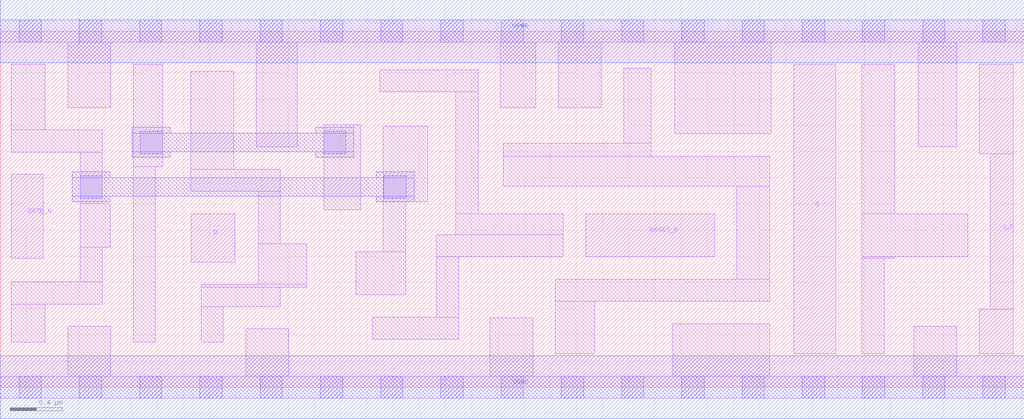
<source format=lef>
# Copyright 2020 The SkyWater PDK Authors
#
# Licensed under the Apache License, Version 2.0 (the "License");
# you may not use this file except in compliance with the License.
# You may obtain a copy of the License at
#
#     https://www.apache.org/licenses/LICENSE-2.0
#
# Unless required by applicable law or agreed to in writing, software
# distributed under the License is distributed on an "AS IS" BASIS,
# WITHOUT WARRANTIES OR CONDITIONS OF ANY KIND, either express or implied.
# See the License for the specific language governing permissions and
# limitations under the License.
#
# SPDX-License-Identifier: Apache-2.0

VERSION 5.7 ;
  NAMESCASESENSITIVE ON ;
  NOWIREEXTENSIONATPIN ON ;
  DIVIDERCHAR "/" ;
  BUSBITCHARS "[]" ;
UNITS
  DATABASE MICRONS 200 ;
END UNITS
MACRO sky130_fd_sc_hd__dlrbn_1
  CLASS CORE ;
  SOURCE USER ;
  FOREIGN sky130_fd_sc_hd__dlrbn_1 ;
  ORIGIN  0.000000  0.000000 ;
  SIZE  7.820000 BY  2.720000 ;
  SYMMETRY X Y R90 ;
  SITE unithd ;
  PIN D
    ANTENNAGATEAREA  0.159000 ;
    DIRECTION INPUT ;
    USE SIGNAL ;
    PORT
      LAYER li1 ;
        RECT 1.460000 0.955000 1.790000 1.325000 ;
    END
  END D
  PIN Q
    ANTENNADIFFAREA  0.429000 ;
    DIRECTION OUTPUT ;
    USE SIGNAL ;
    PORT
      LAYER li1 ;
        RECT 6.060000 0.255000 6.380000 2.465000 ;
    END
  END Q
  PIN Q_N
    ANTENNADIFFAREA  0.429000 ;
    DIRECTION OUTPUT ;
    USE SIGNAL ;
    PORT
      LAYER li1 ;
        RECT 7.475000 0.255000 7.735000 0.595000 ;
        RECT 7.475000 1.785000 7.735000 2.465000 ;
        RECT 7.560000 0.595000 7.735000 1.785000 ;
    END
  END Q_N
  PIN RESET_B
    ANTENNAGATEAREA  0.247500 ;
    DIRECTION INPUT ;
    USE SIGNAL ;
    PORT
      LAYER li1 ;
        RECT 4.470000 0.995000 5.455000 1.325000 ;
    END
  END RESET_B
  PIN GATE_N
    ANTENNAGATEAREA  0.159000 ;
    DIRECTION INPUT ;
    USE CLOCK ;
    PORT
      LAYER li1 ;
        RECT 0.085000 0.985000 0.330000 1.625000 ;
    END
  END GATE_N
  PIN VGND
    DIRECTION INOUT ;
    SHAPE ABUTMENT ;
    USE GROUND ;
    PORT
      LAYER met1 ;
        RECT 0.000000 -0.240000 7.820000 0.240000 ;
    END
  END VGND
  PIN VPWR
    DIRECTION INOUT ;
    SHAPE ABUTMENT ;
    USE POWER ;
    PORT
      LAYER met1 ;
        RECT 0.000000 2.480000 7.820000 2.960000 ;
    END
  END VPWR
  OBS
    LAYER li1 ;
      RECT 0.000000 -0.085000 7.820000 0.085000 ;
      RECT 0.000000  2.635000 7.820000 2.805000 ;
      RECT 0.085000  0.345000 0.345000 0.635000 ;
      RECT 0.085000  0.635000 0.780000 0.805000 ;
      RECT 0.085000  1.795000 0.780000 1.965000 ;
      RECT 0.085000  1.965000 0.345000 2.465000 ;
      RECT 0.515000  0.085000 0.845000 0.465000 ;
      RECT 0.515000  2.135000 0.845000 2.635000 ;
      RECT 0.610000  0.805000 0.780000 1.070000 ;
      RECT 0.610000  1.070000 0.840000 1.400000 ;
      RECT 0.610000  1.400000 0.780000 1.795000 ;
      RECT 1.015000  0.345000 1.185000 1.685000 ;
      RECT 1.015000  1.685000 1.240000 2.465000 ;
      RECT 1.455000  1.495000 2.140000 1.665000 ;
      RECT 1.455000  1.665000 1.785000 2.415000 ;
      RECT 1.535000  0.345000 1.705000 0.615000 ;
      RECT 1.535000  0.615000 2.140000 0.765000 ;
      RECT 1.535000  0.765000 2.340000 0.785000 ;
      RECT 1.875000  0.085000 2.205000 0.445000 ;
      RECT 1.955000  1.835000 2.270000 2.635000 ;
      RECT 1.970000  0.785000 2.340000 1.095000 ;
      RECT 1.970000  1.095000 2.140000 1.495000 ;
      RECT 2.470000  1.355000 2.755000 2.005000 ;
      RECT 2.715000  0.705000 3.095000 1.035000 ;
      RECT 2.840000  0.365000 3.500000 0.535000 ;
      RECT 2.900000  2.255000 3.650000 2.425000 ;
      RECT 2.925000  1.035000 3.095000 1.415000 ;
      RECT 2.925000  1.415000 3.265000 1.995000 ;
      RECT 3.330000  0.535000 3.500000 0.995000 ;
      RECT 3.330000  0.995000 4.300000 1.165000 ;
      RECT 3.480000  1.165000 4.300000 1.325000 ;
      RECT 3.480000  1.325000 3.650000 2.255000 ;
      RECT 3.740000  0.085000 4.070000 0.530000 ;
      RECT 3.820000  2.135000 4.090000 2.635000 ;
      RECT 3.840000  1.535000 5.875000 1.765000 ;
      RECT 3.840000  1.765000 4.970000 1.865000 ;
      RECT 4.240000  0.255000 4.540000 0.655000 ;
      RECT 4.240000  0.655000 5.875000 0.825000 ;
      RECT 4.260000  2.135000 4.590000 2.635000 ;
      RECT 4.760000  1.865000 4.970000 2.435000 ;
      RECT 5.135000  0.085000 5.875000 0.485000 ;
      RECT 5.150000  1.935000 5.890000 2.635000 ;
      RECT 5.625000  0.825000 5.875000 1.535000 ;
      RECT 6.580000  0.255000 6.750000 0.985000 ;
      RECT 6.580000  0.985000 6.830000 0.995000 ;
      RECT 6.580000  0.995000 7.390000 1.325000 ;
      RECT 6.580000  1.325000 6.830000 2.465000 ;
      RECT 6.975000  0.085000 7.305000 0.465000 ;
      RECT 7.010000  1.835000 7.305000 2.635000 ;
    LAYER mcon ;
      RECT 0.145000 -0.085000 0.315000 0.085000 ;
      RECT 0.145000  2.635000 0.315000 2.805000 ;
      RECT 0.605000 -0.085000 0.775000 0.085000 ;
      RECT 0.605000  2.635000 0.775000 2.805000 ;
      RECT 0.610000  1.445000 0.780000 1.615000 ;
      RECT 1.065000 -0.085000 1.235000 0.085000 ;
      RECT 1.065000  2.635000 1.235000 2.805000 ;
      RECT 1.070000  1.785000 1.240000 1.955000 ;
      RECT 1.525000 -0.085000 1.695000 0.085000 ;
      RECT 1.525000  2.635000 1.695000 2.805000 ;
      RECT 1.985000 -0.085000 2.155000 0.085000 ;
      RECT 1.985000  2.635000 2.155000 2.805000 ;
      RECT 2.445000 -0.085000 2.615000 0.085000 ;
      RECT 2.445000  2.635000 2.615000 2.805000 ;
      RECT 2.470000  1.785000 2.640000 1.955000 ;
      RECT 2.905000 -0.085000 3.075000 0.085000 ;
      RECT 2.905000  2.635000 3.075000 2.805000 ;
      RECT 2.930000  1.445000 3.100000 1.615000 ;
      RECT 3.365000 -0.085000 3.535000 0.085000 ;
      RECT 3.365000  2.635000 3.535000 2.805000 ;
      RECT 3.825000 -0.085000 3.995000 0.085000 ;
      RECT 3.825000  2.635000 3.995000 2.805000 ;
      RECT 4.285000 -0.085000 4.455000 0.085000 ;
      RECT 4.285000  2.635000 4.455000 2.805000 ;
      RECT 4.745000 -0.085000 4.915000 0.085000 ;
      RECT 4.745000  2.635000 4.915000 2.805000 ;
      RECT 5.205000 -0.085000 5.375000 0.085000 ;
      RECT 5.205000  2.635000 5.375000 2.805000 ;
      RECT 5.665000 -0.085000 5.835000 0.085000 ;
      RECT 5.665000  2.635000 5.835000 2.805000 ;
      RECT 6.125000 -0.085000 6.295000 0.085000 ;
      RECT 6.125000  2.635000 6.295000 2.805000 ;
      RECT 6.585000 -0.085000 6.755000 0.085000 ;
      RECT 6.585000  2.635000 6.755000 2.805000 ;
      RECT 7.045000 -0.085000 7.215000 0.085000 ;
      RECT 7.045000  2.635000 7.215000 2.805000 ;
      RECT 7.505000 -0.085000 7.675000 0.085000 ;
      RECT 7.505000  2.635000 7.675000 2.805000 ;
    LAYER met1 ;
      RECT 0.550000 1.415000 0.840000 1.460000 ;
      RECT 0.550000 1.460000 3.160000 1.600000 ;
      RECT 0.550000 1.600000 0.840000 1.645000 ;
      RECT 1.010000 1.755000 1.300000 1.800000 ;
      RECT 1.010000 1.800000 2.700000 1.940000 ;
      RECT 1.010000 1.940000 1.300000 1.985000 ;
      RECT 2.410000 1.755000 2.700000 1.800000 ;
      RECT 2.410000 1.940000 2.700000 1.985000 ;
      RECT 2.870000 1.415000 3.160000 1.460000 ;
      RECT 2.870000 1.600000 3.160000 1.645000 ;
  END
END sky130_fd_sc_hd__dlrbn_1
END LIBRARY

</source>
